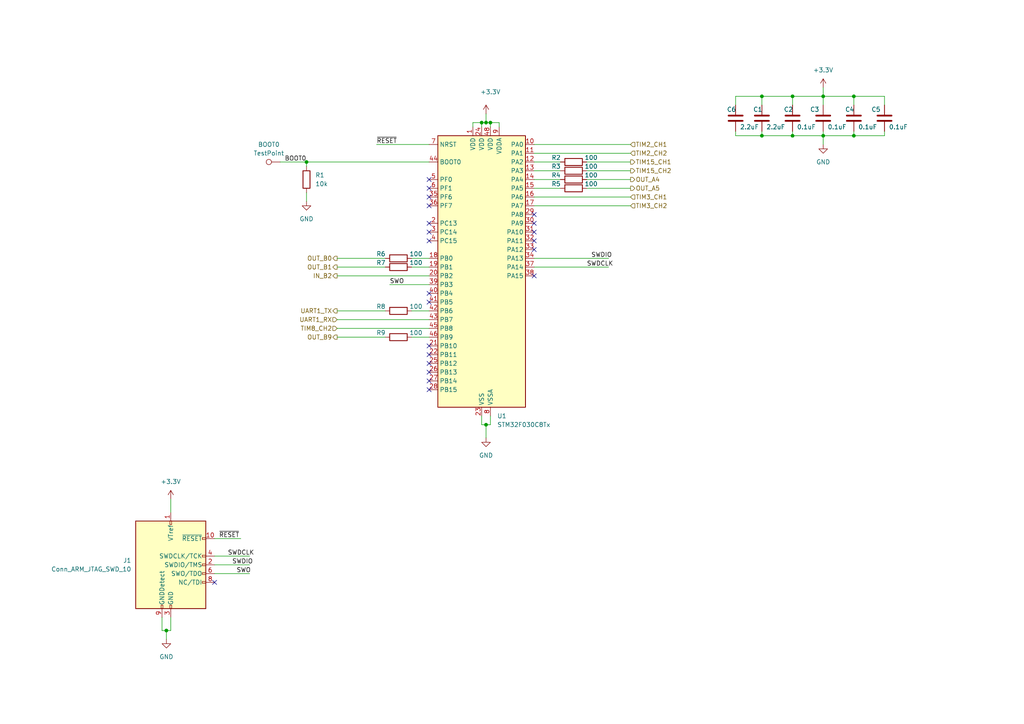
<source format=kicad_sch>
(kicad_sch (version 20230121) (generator eeschema)
  (paper "A4")
  (lib_symbols
    (symbol "Connector:Conn_ARM_JTAG_SWD_10" (pin_names (offset 1.016))
      (property "Reference" "J" (at -2.54 16.51 0))
      (property "Value" "Conn_ARM_JTAG_SWD_10" (at -2.54 13.97 0))
      (symbol "Conn_ARM_JTAG_SWD_10_0_1"
        (rectangle (start -10.16 12.7) (end 10.16 -12.7) (stroke (width 0.254)) (fill (type background)))
        (rectangle (start -2.794 -12.7) (end -2.286 -11.684))
        (rectangle (start -0.254 -12.7) (end 0.254 -11.684))
        (rectangle (start -0.254 12.7) (end 0.254 11.684))
        (rectangle (start 9.144 2.286) (end 10.16 2.794))
        (rectangle (start 10.16 -2.794) (end 9.144 -2.286))
        (rectangle (start 10.16 -0.254) (end 9.144 0.254))
        (rectangle (start 10.16 7.874) (end 9.144 7.366))
      )
      (symbol "Conn_ARM_JTAG_SWD_10_1_1"
        (rectangle (start 9.144 -5.334) (end 10.16 -4.826))
        (pin power_in line (at 0 15.24 270) (length 2.54) (name "VTref") (number "1"))
        (pin open_collector line (at 12.7 7.62 180) (length 2.54) (name "~{RESET}") (number "10"))
        (pin bidirectional line (at 12.7 0 180) (length 2.54) (name "SWDIO/TMS") (number "2"))
        (pin power_in line (at 0 -15.24 90) (length 2.54) (name "GND") (number "3"))
        (pin output line (at 12.7 2.54 180) (length 2.54) (name "SWDCLK/TCK") (number "4"))
        (pin passive line (at 0 -15.24 90) (length 2.54) hide (name "GND") (number "5"))
        (pin input line (at 12.7 -2.54 180) (length 2.54) (name "SWO/TDO") (number "6"))
        (pin no_connect line (at -10.16 0 0) (length 2.54) hide (name "KEY") (number "7"))
        (pin output line (at 12.7 -5.08 180) (length 2.54) (name "NC/TDI") (number "8"))
        (pin passive line (at -2.54 -15.24 90) (length 2.54) (name "GNDDetect") (number "9"))
      )
    )
    (symbol "Connector:TestPoint" (pin_numbers hide) (pin_names (offset 0.762) hide)
      (property "Reference" "TP" (at 0 6.858 0))
      (property "Value" "TestPoint" (at 0 5.08 0))
      (symbol "TestPoint_0_1"
        (circle (center 0 3.302) (radius 0.762))
      )
      (symbol "TestPoint_1_1"
        (pin passive line (at 0 0 90) (length 2.54) (name "1") (number "1"))
      )
    )
    (symbol "Device:C" (pin_numbers hide) (pin_names (offset 0.254))
      (property "Reference" "C" (at 0.635 2.54 0))
      (property "Value" "C" (at 0.635 -2.54 0))
      (symbol "C_0_1"
        (polyline (pts (xy -2.032 -0.762) (xy 2.032 -0.762)) (stroke (width 0.508)))
        (polyline (pts (xy -2.032 0.762) (xy 2.032 0.762)) (stroke (width 0.508)))
      )
      (symbol "C_1_1"
        (pin passive line (at 0 3.81 270) (length 2.794) (name "~") (number "1"))
        (pin passive line (at 0 -3.81 90) (length 2.794) (name "~") (number "2"))
      )
    )
    (symbol "Device:R" (pin_numbers hide) (pin_names (offset 0))
      (property "Reference" "R" (at 2.032 0 90))
      (property "Value" "R" (at 0 0 90))
      (symbol "R_0_1"
        (rectangle (start -1.016 -2.54) (end 1.016 2.54) (stroke (width 0.254)))
      )
      (symbol "R_1_1"
        (pin passive line (at 0 3.81 270) (length 1.27) (name "~") (number "1"))
        (pin passive line (at 0 -3.81 90) (length 1.27) (name "~") (number "2"))
      )
    )
    (symbol "MCU_ST_STM32F0:STM32F030C8Tx"
      (property "Reference" "U" (at -12.7 41.91 0))
      (property "Value" "STM32F030C8Tx" (at 7.62 41.91 0))
      (symbol "STM32F030C8Tx_0_1"
        (rectangle (start -12.7 -38.1) (end 12.7 40.64) (stroke (width 0.254)) (fill (type background)))
      )
      (symbol "STM32F030C8Tx_1_1"
        (pin power_in line (at -2.54 43.18 270) (length 2.54) (name "VDD") (number "1"))
        (pin bidirectional line (at 15.24 38.1 180) (length 2.54) (name "PA0") (number "10"))
        (pin bidirectional line (at 15.24 35.56 180) (length 2.54) (name "PA1") (number "11"))
        (pin bidirectional line (at 15.24 33.02 180) (length 2.54) (name "PA2") (number "12"))
        (pin bidirectional line (at 15.24 30.48 180) (length 2.54) (name "PA3") (number "13"))
        (pin bidirectional line (at 15.24 27.94 180) (length 2.54) (name "PA4") (number "14"))
        (pin bidirectional line (at 15.24 25.4 180) (length 2.54) (name "PA5") (number "15"))
        (pin bidirectional line (at 15.24 22.86 180) (length 2.54) (name "PA6") (number "16"))
        (pin bidirectional line (at 15.24 20.32 180) (length 2.54) (name "PA7") (number "17"))
        (pin bidirectional line (at -15.24 5.08 0) (length 2.54) (name "PB0") (number "18"))
        (pin bidirectional line (at -15.24 2.54 0) (length 2.54) (name "PB1") (number "19"))
        (pin bidirectional line (at -15.24 15.24 0) (length 2.54) (name "PC13") (number "2"))
        (pin bidirectional line (at -15.24 0 0) (length 2.54) (name "PB2") (number "20"))
        (pin bidirectional line (at -15.24 -20.32 0) (length 2.54) (name "PB10") (number "21"))
        (pin bidirectional line (at -15.24 -22.86 0) (length 2.54) (name "PB11") (number "22"))
        (pin power_in line (at 0 -40.64 90) (length 2.54) (name "VSS") (number "23"))
        (pin power_in line (at 0 43.18 270) (length 2.54) (name "VDD") (number "24"))
        (pin bidirectional line (at -15.24 -25.4 0) (length 2.54) (name "PB12") (number "25"))
        (pin bidirectional line (at -15.24 -27.94 0) (length 2.54) (name "PB13") (number "26"))
        (pin bidirectional line (at -15.24 -30.48 0) (length 2.54) (name "PB14") (number "27"))
        (pin bidirectional line (at -15.24 -33.02 0) (length 2.54) (name "PB15") (number "28"))
        (pin bidirectional line (at 15.24 17.78 180) (length 2.54) (name "PA8") (number "29"))
        (pin bidirectional line (at -15.24 12.7 0) (length 2.54) (name "PC14") (number "3"))
        (pin bidirectional line (at 15.24 15.24 180) (length 2.54) (name "PA9") (number "30"))
        (pin bidirectional line (at 15.24 12.7 180) (length 2.54) (name "PA10") (number "31"))
        (pin bidirectional line (at 15.24 10.16 180) (length 2.54) (name "PA11") (number "32"))
        (pin bidirectional line (at 15.24 7.62 180) (length 2.54) (name "PA12") (number "33"))
        (pin bidirectional line (at 15.24 5.08 180) (length 2.54) (name "PA13") (number "34"))
        (pin bidirectional line (at -15.24 22.86 0) (length 2.54) (name "PF6") (number "35"))
        (pin bidirectional line (at -15.24 20.32 0) (length 2.54) (name "PF7") (number "36"))
        (pin bidirectional line (at 15.24 2.54 180) (length 2.54) (name "PA14") (number "37"))
        (pin bidirectional line (at 15.24 0 180) (length 2.54) (name "PA15") (number "38"))
        (pin bidirectional line (at -15.24 -2.54 0) (length 2.54) (name "PB3") (number "39"))
        (pin bidirectional line (at -15.24 10.16 0) (length 2.54) (name "PC15") (number "4"))
        (pin bidirectional line (at -15.24 -5.08 0) (length 2.54) (name "PB4") (number "40"))
        (pin bidirectional line (at -15.24 -7.62 0) (length 2.54) (name "PB5") (number "41"))
        (pin bidirectional line (at -15.24 -10.16 0) (length 2.54) (name "PB6") (number "42"))
        (pin bidirectional line (at -15.24 -12.7 0) (length 2.54) (name "PB7") (number "43"))
        (pin input line (at -15.24 33.02 0) (length 2.54) (name "BOOT0") (number "44"))
        (pin bidirectional line (at -15.24 -15.24 0) (length 2.54) (name "PB8") (number "45"))
        (pin bidirectional line (at -15.24 -17.78 0) (length 2.54) (name "PB9") (number "46"))
        (pin passive line (at 0 -40.64 90) (length 2.54) hide (name "VSS") (number "47"))
        (pin power_in line (at 2.54 43.18 270) (length 2.54) (name "VDD") (number "48"))
        (pin bidirectional line (at -15.24 27.94 0) (length 2.54) (name "PF0") (number "5"))
        (pin bidirectional line (at -15.24 25.4 0) (length 2.54) (name "PF1") (number "6"))
        (pin input line (at -15.24 38.1 0) (length 2.54) (name "NRST") (number "7"))
        (pin power_in line (at 2.54 -40.64 90) (length 2.54) (name "VSSA") (number "8"))
        (pin power_in line (at 5.08 43.18 270) (length 2.54) (name "VDDA") (number "9"))
      )
    )
    (symbol "power:+3.3V" (power) (pin_names (offset 0))
      (property "Value" "+3.3V" (at 0 3.556 0))
      (symbol "+3.3V_0_1"
        (polyline (pts (xy -0.762 1.27) (xy 0 2.54)))
        (polyline (pts (xy 0 0) (xy 0 2.54)))
        (polyline (pts (xy 0 2.54) (xy 0.762 1.27)))
      )
      (symbol "+3.3V_1_1"
        (pin power_in line (at 0 0 90) (length 0) hide (name "+3.3V") (number "1"))
      )
    )
    (symbol "power:GND" (power) (pin_names (offset 0))
      (property "Value" "GND" (at 0 -3.81 0))
      (symbol "GND_0_1"
        (polyline (pts (xy 0 0) (xy 0 -1.27) (xy 1.27 -1.27) (xy 0 -2.54) (xy -1.27 -1.27) (xy 0 -1.27)))
      )
      (symbol "GND_1_1"
        (pin power_in line (at 0 0 270) (length 0) hide (name "GND") (number "1"))
      )
    )
  )
  (junction (at 247.65 27.94))
  (junction (at 140.97 123.19))
  (junction (at 142.24 35.56))
  (junction (at 229.87 27.94))
  (junction (at 220.98 27.94))
  (junction (at 48.26 182.88))
  (junction (at 139.7 35.56))
  (junction (at 238.76 39.37))
  (junction (at 229.87 39.37))
  (junction (at 220.98 39.37))
  (junction (at 238.76 27.94))
  (junction (at 140.97 35.56))
  (junction (at 247.65 39.37))
  (junction (at 88.9 46.99))
  (no_connect (at 124.46 69.85))
  (no_connect (at 154.94 62.23))
  (no_connect (at 124.46 105.41))
  (no_connect (at 124.46 102.87))
  (no_connect (at 154.94 80.01))
  (no_connect (at 124.46 54.61))
  (no_connect (at 124.46 57.15))
  (no_connect (at 124.46 110.49))
  (no_connect (at 124.46 85.09))
  (no_connect (at 154.94 69.85))
  (no_connect (at 124.46 52.07))
  (no_connect (at 154.94 67.31))
  (no_connect (at 124.46 64.77))
  (no_connect (at 154.94 64.77))
  (no_connect (at 124.46 67.31))
  (no_connect (at 124.46 59.69))
  (no_connect (at 124.46 107.95))
  (no_connect (at 154.94 72.39))
  (no_connect (at 124.46 87.63))
  (no_connect (at 124.46 100.33))
  (no_connect (at 62.23 168.91))
  (no_connect (at 124.46 113.03))
  (wire (pts (xy 140.97 123.19) (xy 140.97 127)))
  (wire (pts (xy 137.16 36.83) (xy 137.16 35.56)))
  (wire (pts (xy 49.53 144.78) (xy 49.53 148.59)))
  (wire (pts (xy 154.94 57.15) (xy 182.88 57.15)))
  (wire (pts (xy 88.9 46.99) (xy 88.9 48.26)))
  (wire (pts (xy 154.94 59.69) (xy 182.88 59.69)))
  (wire (pts (xy 170.18 52.07) (xy 182.88 52.07)))
  (wire (pts (xy 137.16 35.56) (xy 139.7 35.56)))
  (wire (pts (xy 213.36 39.37) (xy 220.98 39.37)))
  (wire (pts (xy 62.23 161.29) (xy 72.39 161.29)))
  (wire (pts (xy 154.94 41.91) (xy 182.88 41.91)))
  (wire (pts (xy 220.98 38.1) (xy 220.98 39.37)))
  (wire (pts (xy 220.98 27.94) (xy 229.87 27.94)))
  (wire (pts (xy 247.65 38.1) (xy 247.65 39.37)))
  (wire (pts (xy 256.54 30.48) (xy 256.54 27.94)))
  (wire (pts (xy 97.79 80.01) (xy 124.46 80.01)))
  (wire (pts (xy 88.9 55.88) (xy 88.9 58.42)))
  (wire (pts (xy 256.54 38.1) (xy 256.54 39.37)))
  (wire (pts (xy 154.94 49.53) (xy 162.56 49.53)))
  (wire (pts (xy 119.38 74.93) (xy 124.46 74.93)))
  (wire (pts (xy 140.97 35.56) (xy 139.7 35.56)))
  (wire (pts (xy 97.79 74.93) (xy 111.76 74.93)))
  (wire (pts (xy 144.78 35.56) (xy 142.24 35.56)))
  (wire (pts (xy 229.87 27.94) (xy 238.76 27.94)))
  (wire (pts (xy 170.18 49.53) (xy 182.88 49.53)))
  (wire (pts (xy 154.94 54.61) (xy 162.56 54.61)))
  (wire (pts (xy 139.7 123.19) (xy 140.97 123.19)))
  (wire (pts (xy 154.94 46.99) (xy 162.56 46.99)))
  (wire (pts (xy 238.76 39.37) (xy 238.76 41.91)))
  (wire (pts (xy 256.54 27.94) (xy 247.65 27.94)))
  (wire (pts (xy 88.9 46.99) (xy 124.46 46.99)))
  (wire (pts (xy 62.23 166.37) (xy 72.39 166.37)))
  (wire (pts (xy 81.28 46.99) (xy 88.9 46.99)))
  (wire (pts (xy 229.87 30.48) (xy 229.87 27.94)))
  (wire (pts (xy 229.87 39.37) (xy 238.76 39.37)))
  (wire (pts (xy 154.94 52.07) (xy 162.56 52.07)))
  (wire (pts (xy 97.79 97.79) (xy 111.76 97.79)))
  (wire (pts (xy 97.79 92.71) (xy 124.46 92.71)))
  (wire (pts (xy 213.36 38.1) (xy 213.36 39.37)))
  (wire (pts (xy 46.99 179.07) (xy 46.99 182.88)))
  (wire (pts (xy 220.98 39.37) (xy 229.87 39.37)))
  (wire (pts (xy 97.79 90.17) (xy 111.76 90.17)))
  (wire (pts (xy 97.79 77.47) (xy 111.76 77.47)))
  (wire (pts (xy 213.36 27.94) (xy 220.98 27.94)))
  (wire (pts (xy 48.26 182.88) (xy 48.26 185.42)))
  (wire (pts (xy 46.99 182.88) (xy 48.26 182.88)))
  (wire (pts (xy 256.54 39.37) (xy 247.65 39.37)))
  (wire (pts (xy 154.94 77.47) (xy 176.53 77.47)))
  (wire (pts (xy 238.76 27.94) (xy 238.76 30.48)))
  (wire (pts (xy 113.03 82.55) (xy 124.46 82.55)))
  (wire (pts (xy 220.98 30.48) (xy 220.98 27.94)))
  (wire (pts (xy 119.38 90.17) (xy 124.46 90.17)))
  (wire (pts (xy 97.79 95.25) (xy 124.46 95.25)))
  (wire (pts (xy 139.7 35.56) (xy 139.7 36.83)))
  (wire (pts (xy 119.38 77.47) (xy 124.46 77.47)))
  (wire (pts (xy 142.24 123.19) (xy 140.97 123.19)))
  (wire (pts (xy 119.38 97.79) (xy 124.46 97.79)))
  (wire (pts (xy 49.53 179.07) (xy 49.53 182.88)))
  (wire (pts (xy 139.7 120.65) (xy 139.7 123.19)))
  (wire (pts (xy 144.78 36.83) (xy 144.78 35.56)))
  (wire (pts (xy 140.97 33.02) (xy 140.97 35.56)))
  (wire (pts (xy 154.94 74.93) (xy 176.53 74.93)))
  (wire (pts (xy 142.24 35.56) (xy 140.97 35.56)))
  (wire (pts (xy 238.76 38.1) (xy 238.76 39.37)))
  (wire (pts (xy 238.76 25.4) (xy 238.76 27.94)))
  (wire (pts (xy 229.87 38.1) (xy 229.87 39.37)))
  (wire (pts (xy 170.18 46.99) (xy 182.88 46.99)))
  (wire (pts (xy 109.22 41.91) (xy 124.46 41.91)))
  (wire (pts (xy 154.94 44.45) (xy 182.88 44.45)))
  (wire (pts (xy 170.18 54.61) (xy 182.88 54.61)))
  (wire (pts (xy 247.65 39.37) (xy 238.76 39.37)))
  (wire (pts (xy 62.23 163.83) (xy 72.39 163.83)))
  (wire (pts (xy 247.65 27.94) (xy 238.76 27.94)))
  (wire (pts (xy 62.23 156.21) (xy 69.85 156.21)))
  (wire (pts (xy 247.65 30.48) (xy 247.65 27.94)))
  (wire (pts (xy 213.36 30.48) (xy 213.36 27.94)))
  (wire (pts (xy 142.24 120.65) (xy 142.24 123.19)))
  (wire (pts (xy 49.53 182.88) (xy 48.26 182.88)))
  (wire (pts (xy 142.24 36.83) (xy 142.24 35.56)))
  (label "SWDCLK" (at 170.18 77.47 0))
  (label "SWDIO" (at 67.31 163.83 0))
  (label "SWDCLK" (at 66.04 161.29 0))
  (label "~{RESET}" (at 109.22 41.91 0))
  (label "SWO" (at 113.03 82.55 0))
  (label "SWO" (at 68.58 166.37 0))
  (label "SWDIO" (at 171.45 74.93 0))
  (label "BOOT0" (at 82.55 46.99 0))
  (label "~{RESET}" (at 63.5 156.21 0))
  (hierarchical_label "UART1_RX" (shape input) (at 97.79 92.71 180))
  (hierarchical_label "TIM3_CH1" (shape input) (at 182.88 57.15 0))
  (hierarchical_label "OUT_B9" (shape output) (at 97.79 97.79 180))
  (hierarchical_label "TIM2_CH2" (shape input) (at 182.88 44.45 0))
  (hierarchical_label "UART1_TX" (shape output) (at 97.79 90.17 180))
  (hierarchical_label "IN_B2" (shape output) (at 97.79 80.01 180))
  (hierarchical_label "TIM15_CH1" (shape output) (at 182.88 46.99 0))
  (hierarchical_label "TIM8_CH2" (shape input) (at 97.79 95.25 180))
  (hierarchical_label "TIM2_CH1" (shape input) (at 182.88 41.91 0))
  (hierarchical_label "OUT_A4" (shape output) (at 182.88 52.07 0))
  (hierarchical_label "OUT_B1" (shape output) (at 97.79 77.47 180))
  (hierarchical_label "OUT_A5" (shape output) (at 182.88 54.61 0))
  (hierarchical_label "OUT_B0" (shape output) (at 97.79 74.93 180))
  (hierarchical_label "TIM15_CH2" (shape output) (at 182.88 49.53 0))
  (hierarchical_label "TIM3_CH2" (shape input) (at 182.88 59.69 0))
  (symbol (lib_id "Device:R") (at 88.9 52.07 0) (unit 1)
    (property "Reference" "R1" (at 91.44 50.8 0) (effects (justify left)))
    (property "Value" "10k" (at 91.44 53.34 0) (effects (justify left)))
    (property "Footprint" "Resistor_SMD:R_0603_1608Metric" (effects hide))
  )
  (symbol (lib_id "Device:C") (at 213.36 34.29 0) (unit 1)
    (property "Reference" "C6" (at 210.82 31.75 0) (effects (justify left)))
    (property "Value" "2.2uF" (at 214.63 36.83 0) (effects (justify left)))
    (property "Footprint" "Capacitor_SMD:C_0603_1608Metric" (effects hide))
  )
  (symbol (lib_id "power:GND") (at 48.26 185.42 0) (unit 1)
    (property "Reference" "#PWR06" (effects hide))
    (property "Value" "GND" (at 48.26 190.5 0))
  )
  (symbol (lib_id "Device:C") (at 229.87 34.29 0) (unit 1)
    (property "Reference" "C2" (at 227.33 31.75 0) (effects (justify left)))
    (property "Value" "0.1uF" (at 231.14 36.83 0) (effects (justify left)))
    (property "Footprint" "Capacitor_SMD:C_0603_1608Metric" (effects hide))
  )
  (symbol (lib_id "Connector:TestPoint") (at 81.28 46.99 90) (unit 1)
    (property "Reference" "BOOT0" (at 77.978 41.91 90))
    (property "Value" "TestPoint" (at 77.978 44.45 90))
    (property "Footprint" "TestPoint:TestPoint_Pad_D1.5mm" (effects hide))
  )
  (symbol (lib_id "Device:R") (at 115.57 77.47 90) (unit 1)
    (property "Reference" "R7" (at 110.49 76.2 90))
    (property "Value" "100" (at 120.65 76.2 90))
    (property "Footprint" "Resistor_SMD:R_0603_1608Metric" (effects hide))
  )
  (symbol (lib_id "power:GND") (at 238.76 41.91 0) (unit 1)
    (property "Reference" "#PWR04" (effects hide))
    (property "Value" "GND" (at 238.76 46.99 0))
  )
  (symbol (lib_id "Connector:Conn_ARM_JTAG_SWD_10") (at 49.53 163.83 0) (unit 1)
    (property "Reference" "J1" (at 38.1 162.56 0) (effects (justify right)))
    (property "Value" "Conn_ARM_JTAG_SWD_10" (at 38.1 165.1 0) (effects (justify right)))
    (property "Footprint" "Connector_PinHeader_1.27mm:PinHeader_2x05_P1.27mm_Vertical" (effects hide))
    (property "Datasheet" "http://infocenter.arm.com/help/topic/com.arm.doc.ddi0314h/DDI0314H_coresight_components_trm.pdf" (effects hide))
  )
  (symbol (lib_id "Device:R") (at 166.37 54.61 90) (unit 1)
    (property "Reference" "R5" (at 161.29 53.34 90))
    (property "Value" "100" (at 171.45 53.34 90))
    (property "Footprint" "Resistor_SMD:R_0603_1608Metric" (effects hide))
  )
  (symbol (lib_id "Device:R") (at 115.57 74.93 90) (unit 1)
    (property "Reference" "R6" (at 110.49 73.66 90))
    (property "Value" "100" (at 120.65 73.66 90))
    (property "Footprint" "Resistor_SMD:R_0603_1608Metric" (effects hide))
  )
  (symbol (lib_id "Device:R") (at 115.57 90.17 90) (unit 1)
    (property "Reference" "R8" (at 110.49 88.9 90))
    (property "Value" "100" (at 120.65 88.9 90))
    (property "Footprint" "Resistor_SMD:R_0603_1608Metric" (effects hide))
  )
  (symbol (lib_id "Device:R") (at 166.37 46.99 90) (unit 1)
    (property "Reference" "R2" (at 161.29 45.72 90))
    (property "Value" "100" (at 171.45 45.72 90))
    (property "Footprint" "Resistor_SMD:R_0603_1608Metric" (effects hide))
  )
  (symbol (lib_id "MCU_ST_STM32F0:STM32F030C8Tx") (at 139.7 80.01 0) (unit 1)
    (property "Reference" "U1" (at 144.1959 120.65 0) (effects (justify left)))
    (property "Value" "STM32F030C8Tx" (at 144.1959 123.19 0) (effects (justify left)))
    (property "Footprint" "Package_QFP:LQFP-48_7x7mm_P0.5mm" (effects hide))
    (property "Datasheet" "https://www.st.com/resource/en/datasheet/stm32f030c8.pdf" (effects hide))
  )
  (symbol (lib_id "Device:R") (at 115.57 97.79 90) (unit 1)
    (property "Reference" "R9" (at 110.49 96.52 90))
    (property "Value" "100" (at 120.65 96.52 90))
    (property "Footprint" "Resistor_SMD:R_0603_1608Metric" (effects hide))
  )
  (symbol (lib_id "power:+3.3V") (at 238.76 25.4 0) (unit 1)
    (property "Reference" "#PWR03" (effects hide))
    (property "Value" "+3.3V" (at 238.76 20.32 0))
  )
  (symbol (lib_id "Device:R") (at 166.37 49.53 90) (unit 1)
    (property "Reference" "R3" (at 161.29 48.26 90))
    (property "Value" "100" (at 171.45 48.26 90))
    (property "Footprint" "Resistor_SMD:R_0603_1608Metric" (effects hide))
  )
  (symbol (lib_id "Device:C") (at 247.65 34.29 0) (unit 1)
    (property "Reference" "C4" (at 245.11 31.75 0) (effects (justify left)))
    (property "Value" "0.1uF" (at 248.92 36.83 0) (effects (justify left)))
    (property "Footprint" "Capacitor_SMD:C_0603_1608Metric" (effects hide))
  )
  (symbol (lib_id "Device:C") (at 256.54 34.29 0) (unit 1)
    (property "Reference" "C5" (at 252.73 31.75 0) (effects (justify left)))
    (property "Value" "0.1uF" (at 257.81 36.83 0) (effects (justify left)))
    (property "Footprint" "Capacitor_SMD:C_0603_1608Metric" (effects hide))
  )
  (symbol (lib_id "power:+3.3V") (at 140.97 33.02 0) (unit 1)
    (property "Reference" "#PWR01" (effects hide))
    (property "Value" "+3.3V" (at 142.24 26.67 0))
  )
  (symbol (lib_id "Device:C") (at 238.76 34.29 0) (unit 1)
    (property "Reference" "C3" (at 234.95 31.75 0) (effects (justify left)))
    (property "Value" "0.1uF" (at 240.03 36.83 0) (effects (justify left)))
    (property "Footprint" "Capacitor_SMD:C_0603_1608Metric" (effects hide))
  )
  (symbol (lib_id "power:GND") (at 88.9 58.42 0) (unit 1)
    (property "Reference" "#PWR07" (effects hide))
    (property "Value" "GND" (at 88.9 63.5 0))
  )
  (symbol (lib_id "power:+3.3V") (at 49.53 144.78 0) (unit 1)
    (property "Reference" "#PWR05" (effects hide))
    (property "Value" "+3.3V" (at 49.53 139.7 0))
  )
  (symbol (lib_id "Device:R") (at 166.37 52.07 90) (unit 1)
    (property "Reference" "R4" (at 161.29 50.8 90))
    (property "Value" "100" (at 171.45 50.8 90))
    (property "Footprint" "Resistor_SMD:R_0603_1608Metric" (effects hide))
  )
  (symbol (lib_id "power:GND") (at 140.97 127 0) (unit 1)
    (property "Reference" "#PWR02" (effects hide))
    (property "Value" "GND" (at 140.97 132.08 0))
  )
  (symbol (lib_id "Device:C") (at 220.98 34.29 0) (unit 1)
    (property "Reference" "C1" (at 218.44 31.75 0) (effects (justify left)))
    (property "Value" "2.2uF" (at 222.25 36.83 0) (effects (justify left)))
    (property "Footprint" "Capacitor_SMD:C_0603_1608Metric" (effects hide))
  )
)
</source>
